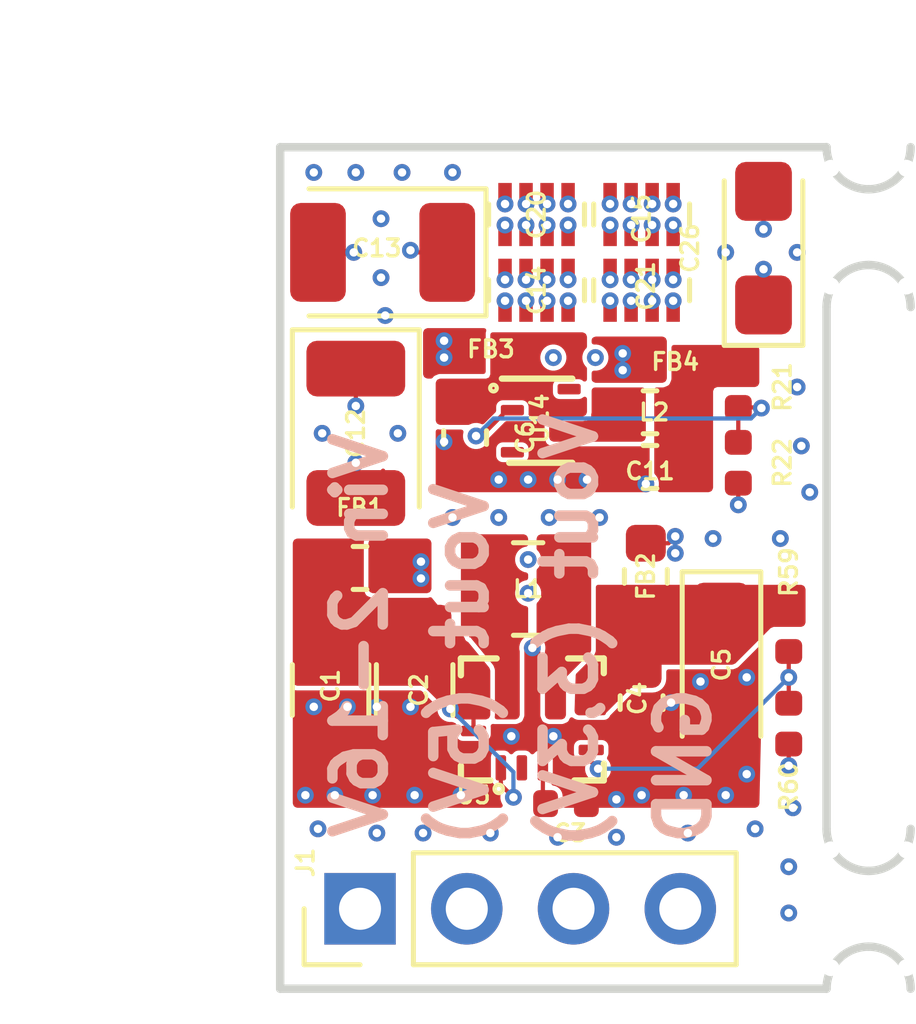
<source format=kicad_pcb>
(kicad_pcb (version 20171130) (host pcbnew "(5.1.4)-1")
  (layers (0 F.Cu signal) (1 In1.Cu signal) (2 In2.Cu signal) (3 In3.Cu signal) (4 In4.Cu signal) (5 In5.Cu signal) (6 In6.Cu signal) (31 B.Cu signal) (34 B.Paste user) (35 F.Paste user) (36 B.SilkS user) (37 F.SilkS user) (38 B.Mask user) (39 F.Mask user) (44 Edge.Cuts user))
  (net 0 "")
  (net 1 "Net-(C1-Pad1)")
  (net 2 GND)
  (net 3 "Net-(C3-Pad1)")
  (net 4 "Net-(C4-Pad1)")
  (net 5 "Net-(C6-Pad1)")
  (net 6 "Net-(C11-Pad1)")
  (net 7 +5V)
  (net 8 +3V3)
  (net 9 +BATT)
  (net 10 "Net-(L1-Pad1)")
  (net 11 "Net-(L1-Pad2)")
  (net 12 "Net-(L2-Pad1)")
  (net 13 "Net-(R21-Pad2)")
  (net 14 "Net-(R59-Pad2)")
  (module Mounting_Holes:MountingHole_2.2mm_M2_DIN965 (layer F.Cu) (at 73.1 170.5 270)
    (fp_text reference ". " hide)
    (fp_text value " " hide)
    (pad "" np_thru_hole circle (at 0 0 270) (size 0.4 0.4) (drill 0.4) (layers *.Cu *.Mask) (clearance 0.15))
  )
  (module Mounting_Holes:MountingHole_2.2mm_M2_DIN965 (layer F.Cu) (at 74.9 173.3 90)
    (fp_text reference ". " hide)
    (fp_text value " " hide)
    (pad "" np_thru_hole circle (at 0 0 90) (size 0.4 0.4) (drill 0.4) (layers *.Cu *.Mask) (clearance 0.15))
  )
  (module Mounting_Holes:MountingHole_2.2mm_M2_DIN965 (layer F.Cu) (at 74.9 172.75 90)
    (fp_text reference ". " hide)
    (fp_text value " " hide)
    (pad "" np_thru_hole circle (at 0 0 90) (size 0.4 0.4) (drill 0.4) (layers *.Cu *.Mask) (clearance 0.15))
  )
  (module Mounting_Holes:MountingHole_2.2mm_M2_DIN965 (layer F.Cu) (at 73.1 173.3 90)
    (fp_text reference ". " hide)
    (fp_text value " " hide)
    (pad "" np_thru_hole circle (at 0 0 90) (size 0.4 0.4) (drill 0.4) (layers *.Cu *.Mask) (clearance 0.15))
  )
  (module Mounting_Holes:MountingHole_2.2mm_M2_DIN965 (layer F.Cu) (at 74.9 171.05 90)
    (fp_text reference ". " hide)
    (fp_text value " " hide)
    (pad "" np_thru_hole circle (at 0 0 90) (size 0.4 0.4) (drill 0.4) (layers *.Cu *.Mask) (clearance 0.15))
  )
  (module Mounting_Holes:MountingHole_2.2mm_M2_DIN965 (layer F.Cu) (at 74.9 170.5 270)
    (fp_text reference ". " hide)
    (fp_text value " " hide)
    (pad "" np_thru_hole circle (at 0 0 270) (size 0.4 0.4) (drill 0.4) (layers *.Cu *.Mask) (clearance 0.15))
  )
  (module Mounting_Holes:MountingHole_2.2mm_M2_DIN965 (layer F.Cu) (at 73.1 171.05 270)
    (fp_text reference ". " hide)
    (fp_text value " " hide)
    (pad "" np_thru_hole circle (at 0 0 270) (size 0.4 0.4) (drill 0.4) (layers *.Cu *.Mask) (clearance 0.15))
  )
  (module Mounting_Holes:MountingHole_2.2mm_M2_DIN965 (layer F.Cu) (at 74.9 172.2 90)
    (fp_text reference ". " hide)
    (fp_text value " " hide)
    (pad "" np_thru_hole circle (at 0 0 90) (size 0.4 0.4) (drill 0.4) (layers *.Cu *.Mask) (clearance 0.15))
  )
  (module Mounting_Holes:MountingHole_2.2mm_M2_DIN965 (layer F.Cu) (at 74.9 171.65 90)
    (fp_text reference ". " hide)
    (fp_text value " " hide)
    (pad "" np_thru_hole circle (at 0 0 90) (size 0.4 0.4) (drill 0.4) (layers *.Cu *.Mask) (clearance 0.15))
  )
  (module Mounting_Holes:MountingHole_2.2mm_M2_DIN965 (layer F.Cu) (at 73.1 172.75 270)
    (fp_text reference ". " hide)
    (fp_text value " " hide)
    (pad "" np_thru_hole circle (at 0 0 270) (size 0.4 0.4) (drill 0.4) (layers *.Cu *.Mask) (clearance 0.15))
  )
  (module Mounting_Holes:MountingHole_2.2mm_M2_DIN965 (layer F.Cu) (at 73.1 171.6 270)
    (fp_text reference ". " hide)
    (fp_text value " " hide)
    (pad "" np_thru_hole circle (at 0 0 270) (size 0.4 0.4) (drill 0.4) (layers *.Cu *.Mask) (clearance 0.15))
  )
  (module Mounting_Holes:MountingHole_2.2mm_M2_DIN965 (layer F.Cu) (at 73.1 172.15 270)
    (fp_text reference ". " hide)
    (fp_text value " " hide)
    (pad "" np_thru_hole circle (at 0 0 270) (size 0.4 0.4) (drill 0.4) (layers *.Cu *.Mask) (clearance 0.15))
  )
  (module Mounting_Holes:MountingHole_2.2mm_M2_DIN965 (layer F.Cu) (at 73.1 186.7 270)
    (fp_text reference ". " hide)
    (fp_text value " " hide)
    (pad "" np_thru_hole circle (at 0 0 270) (size 0.4 0.4) (drill 0.4) (layers *.Cu *.Mask) (clearance 0.15))
  )
  (module Mounting_Holes:MountingHole_2.2mm_M2_DIN965 (layer F.Cu) (at 74.9 189.5 90)
    (fp_text reference ". " hide)
    (fp_text value " " hide)
    (pad "" np_thru_hole circle (at 0 0 90) (size 0.4 0.4) (drill 0.4) (layers *.Cu *.Mask) (clearance 0.15))
  )
  (module Mounting_Holes:MountingHole_2.2mm_M2_DIN965 (layer F.Cu) (at 74.9 188.95 90)
    (fp_text reference ". " hide)
    (fp_text value " " hide)
    (pad "" np_thru_hole circle (at 0 0 90) (size 0.4 0.4) (drill 0.4) (layers *.Cu *.Mask) (clearance 0.15))
  )
  (module Mounting_Holes:MountingHole_2.2mm_M2_DIN965 (layer F.Cu) (at 73.1 189.5 90)
    (fp_text reference ". " hide)
    (fp_text value " " hide)
    (pad "" np_thru_hole circle (at 0 0 90) (size 0.4 0.4) (drill 0.4) (layers *.Cu *.Mask) (clearance 0.15))
  )
  (module Mounting_Holes:MountingHole_2.2mm_M2_DIN965 (layer F.Cu) (at 74.9 187.25 90)
    (fp_text reference ". " hide)
    (fp_text value " " hide)
    (pad "" np_thru_hole circle (at 0 0 90) (size 0.4 0.4) (drill 0.4) (layers *.Cu *.Mask) (clearance 0.15))
  )
  (module Mounting_Holes:MountingHole_2.2mm_M2_DIN965 (layer F.Cu) (at 74.9 186.7 270)
    (fp_text reference ". " hide)
    (fp_text value " " hide)
    (pad "" np_thru_hole circle (at 0 0 270) (size 0.4 0.4) (drill 0.4) (layers *.Cu *.Mask) (clearance 0.15))
  )
  (module Mounting_Holes:MountingHole_2.2mm_M2_DIN965 (layer F.Cu) (at 73.1 187.25 270)
    (fp_text reference ". " hide)
    (fp_text value " " hide)
    (pad "" np_thru_hole circle (at 0 0 270) (size 0.4 0.4) (drill 0.4) (layers *.Cu *.Mask) (clearance 0.15))
  )
  (module Mounting_Holes:MountingHole_2.2mm_M2_DIN965 (layer F.Cu) (at 74.9 188.4 90)
    (fp_text reference ". " hide)
    (fp_text value " " hide)
    (pad "" np_thru_hole circle (at 0 0 90) (size 0.4 0.4) (drill 0.4) (layers *.Cu *.Mask) (clearance 0.15))
  )
  (module Mounting_Holes:MountingHole_2.2mm_M2_DIN965 (layer F.Cu) (at 74.9 187.85 90)
    (fp_text reference ". " hide)
    (fp_text value " " hide)
    (pad "" np_thru_hole circle (at 0 0 90) (size 0.4 0.4) (drill 0.4) (layers *.Cu *.Mask) (clearance 0.15))
  )
  (module Mounting_Holes:MountingHole_2.2mm_M2_DIN965 (layer F.Cu) (at 73.1 188.95 270)
    (fp_text reference ". " hide)
    (fp_text value " " hide)
    (pad "" np_thru_hole circle (at 0 0 270) (size 0.4 0.4) (drill 0.4) (layers *.Cu *.Mask) (clearance 0.15))
  )
  (module Mounting_Holes:MountingHole_2.2mm_M2_DIN965 (layer F.Cu) (at 73.1 187.8 270)
    (fp_text reference ". " hide)
    (fp_text value " " hide)
    (pad "" np_thru_hole circle (at 0 0 270) (size 0.4 0.4) (drill 0.4) (layers *.Cu *.Mask) (clearance 0.15))
  )
  (module Mounting_Holes:MountingHole_2.2mm_M2_DIN965 (layer F.Cu) (at 73.1 188.35 270)
    (fp_text reference ". " hide)
    (fp_text value " " hide)
    (pad "" np_thru_hole circle (at 0 0 270) (size 0.4 0.4) (drill 0.4) (layers *.Cu *.Mask) (clearance 0.15))
  )
  (module Capacitor_SMD:C_0402_1005Metric (layer F.Cu) (at 66.8 185.6)
    (fp_text reference C3 (at 0.1 0.7) (layer F.SilkS) (effects (font (size 0.4 0.4) (thickness 0.08))))
    (fp_text value 100nF)
    (pad 2 smd roundrect (at 0.485 0) (size 0.59 0.64) (layers F.Cu F.Paste F.Mask) (net 2 GND))
    (pad 1 smd roundrect (at -0.485 0) (size 0.59 0.64) (layers F.Cu F.Paste F.Mask) (net 3 "Net-(C3-Pad1)"))
  )
  (module Resistor_SMD:R_0402_1005Metric (layer F.Cu) (at 70.9 175.7 270)
    (fp_text reference R21 (at 0 -1.05 90) (layer F.SilkS) (effects (font (size 0.4 0.4) (thickness 0.08))))
    (fp_text value 453k)
    (pad 2 smd roundrect (at 0.485 0 270) (size 0.59 0.64) (layers F.Cu F.Paste F.Mask) (net 13 "Net-(R21-Pad2)"))
    (pad 1 smd roundrect (at -0.485 0 270) (size 0.59 0.64) (layers F.Cu F.Paste F.Mask) (net 6 "Net-(C11-Pad1)"))
  )
  (module Resistor_SMD:R_0402_1005Metric (layer F.Cu) (at 70.9 177.5 270)
    (fp_text reference R22 (at 0 -1.05 90) (layer F.SilkS) (effects (font (size 0.4 0.4) (thickness 0.08))))
    (fp_text value 100k)
    (pad 2 smd roundrect (at 0.485 0 270) (size 0.59 0.64) (layers F.Cu F.Paste F.Mask) (net 2 GND))
    (pad 1 smd roundrect (at -0.485 0 270) (size 0.59 0.64) (layers F.Cu F.Paste F.Mask) (net 13 "Net-(R21-Pad2)"))
  )
  (module Resistor_SMD:R_0402_1005Metric (layer F.Cu) (at 72.1 181.5 270)
    (fp_text reference R59 (at -1.4 0 90) (layer F.SilkS) (effects (font (size 0.4 0.4) (thickness 0.08))))
    (fp_text value 453k)
    (pad 2 smd roundrect (at 0.485 0 270) (size 0.59 0.64) (layers F.Cu F.Paste F.Mask) (net 14 "Net-(R59-Pad2)"))
    (pad 1 smd roundrect (at -0.485 0 270) (size 0.59 0.64) (layers F.Cu F.Paste F.Mask) (net 4 "Net-(C4-Pad1)"))
  )
  (module Resistor_SMD:R_0402_1005Metric (layer F.Cu) (at 72.1 183.7 270)
    (fp_text reference R60 (at 1.5 0 90) (layer F.SilkS) (effects (font (size 0.4 0.4) (thickness 0.08))))
    (fp_text value 100k)
    (pad 2 smd roundrect (at 0.485 0 270) (size 0.59 0.64) (layers F.Cu F.Paste F.Mask) (net 2 GND))
    (pad 1 smd roundrect (at -0.485 0 270) (size 0.59 0.64) (layers F.Cu F.Paste F.Mask) (net 14 "Net-(R59-Pad2)"))
  )
  (module Capacitor_SMD:C_1206_3216Metric (layer F.Cu) (at 61.2 182.9 270)
    (fp_text reference C1 (at -0.1 0 90) (layer F.SilkS) (effects (font (size 0.4 0.4) (thickness 0.08))))
    (fp_text value 10µF)
    (pad 1 smd roundrect (at -1.4 0 270) (size 1.25 1.75) (layers F.Cu F.Paste F.Mask) (roundrect_rratio 0.2) (net 1 "Net-(C1-Pad1)"))
    (pad 2 smd roundrect (at 1.4 0 270) (size 1.25 1.75) (layers F.Cu F.Paste F.Mask) (roundrect_rratio 0.2) (net 2 GND))
  )
  (module Capacitor_SMD:C_1206_3216Metric (layer F.Cu) (at 63.2 182.9 270)
    (fp_text reference C2 (at 0 -0.1 90) (layer F.SilkS) (effects (font (size 0.4 0.4) (thickness 0.08))))
    (fp_text value 10µF)
    (pad 2 smd roundrect (at 1.4 0 270) (size 1.25 1.75) (layers F.Cu F.Paste F.Mask) (roundrect_rratio 0.2) (net 2 GND))
    (pad 1 smd roundrect (at -1.4 0 270) (size 1.25 1.75) (layers F.Cu F.Paste F.Mask) (roundrect_rratio 0.2) (net 1 "Net-(C1-Pad1)"))
  )
  (module Capacitor_SMD:C_0603_1608Metric (layer F.Cu) (at 68.6 183.2 270)
    (fp_text reference C4 (at -0.1 0.1 90) (layer F.SilkS) (effects (font (size 0.4 0.4) (thickness 0.08))))
    (fp_text value 10µF)
    (pad 2 smd roundrect (at 0.7875 0 270) (size 0.875 0.95) (layers F.Cu F.Paste F.Mask) (net 2 GND))
    (pad 1 smd roundrect (at -0.7875 0 270) (size 0.875 0.95) (layers F.Cu F.Paste F.Mask) (net 4 "Net-(C4-Pad1)"))
  )
  (module Capacitor_Tantalum_SMD:CP_EIA-3216-10_Kemet-I (layer F.Cu) (at 70.5 182.4 270)
    (fp_text reference C5 (at -0.1 0 90) (layer F.SilkS) (effects (font (size 0.4 0.4) (thickness 0.08))))
    (fp_text value 100µF)
    (pad 1 smd roundrect (at -1.35 0 270) (size 1.4 1.35) (layers F.Cu F.Paste F.Mask) (roundrect_rratio 0.185185) (net 4 "Net-(C4-Pad1)"))
    (pad 2 smd roundrect (at 1.35 0 270) (size 1.4 1.35) (layers F.Cu F.Paste F.Mask) (roundrect_rratio 0.185185) (net 2 GND))
  )
  (module Capacitor_SMD:C_0603_1608Metric (layer F.Cu) (at 64.4 176.9 270)
    (fp_text reference C6 (at 0 -1.43 90) (layer F.SilkS) (effects (font (size 0.4 0.4) (thickness 0.08))))
    (fp_text value 10µF)
    (pad 1 smd roundrect (at -0.7875 0 270) (size 0.875 0.95) (layers F.Cu F.Paste F.Mask) (net 5 "Net-(C6-Pad1)"))
    (pad 2 smd roundrect (at 0.7875 0 270) (size 0.875 0.95) (layers F.Cu F.Paste F.Mask) (net 2 GND))
  )
  (module Capacitor_SMD:C_0603_1608Metric (layer F.Cu) (at 68.8 177.6 180)
    (fp_text reference C11 (at 0 -0.1) (layer F.SilkS) (effects (font (size 0.4 0.4) (thickness 0.08))))
    (fp_text value 10µF)
    (pad 2 smd roundrect (at 0.7875 0 180) (size 0.875 0.95) (layers F.Cu F.Paste F.Mask) (net 2 GND))
    (pad 1 smd roundrect (at -0.7875 0 180) (size 0.875 0.95) (layers F.Cu F.Paste F.Mask) (net 6 "Net-(C11-Pad1)"))
  )
  (module Inductor_SMD:L_0603_1608Metric (layer F.Cu) (at 61.9 180)
    (fp_text reference FB1 (at 0 -1.43) (layer F.SilkS) (effects (font (size 0.4 0.4) (thickness 0.08))))
    (fp_text value 220R@100Mhz)
    (pad 2 smd roundrect (at 0.7875 0) (size 0.875 0.95) (layers F.Cu F.Paste F.Mask) (net 9 +BATT))
    (pad 1 smd roundrect (at -0.7875 0) (size 0.875 0.95) (layers F.Cu F.Paste F.Mask) (net 1 "Net-(C1-Pad1)"))
  )
  (module Inductor_SMD:L_0603_1608Metric (layer F.Cu) (at 68.7 180.2 270)
    (fp_text reference FB2 (at 0 0 90) (layer F.SilkS) (effects (font (size 0.4 0.4) (thickness 0.08))))
    (fp_text value 220R@100Mhz)
    (pad 1 smd roundrect (at -0.7875 0 270) (size 0.875 0.95) (layers F.Cu F.Paste F.Mask) (net 7 +5V))
    (pad 2 smd roundrect (at 0.7875 0 270) (size 0.875 0.95) (layers F.Cu F.Paste F.Mask) (net 4 "Net-(C4-Pad1)"))
  )
  (module Inductor_SMD:L_0402_1005Metric (layer F.Cu) (at 65.015 174.9)
    (fp_text reference FB3 (at 0 -0.1) (layer F.SilkS) (effects (font (size 0.4 0.4) (thickness 0.08))))
    (fp_text value 220R@100Mhz)
    (pad 1 smd roundrect (at -0.485 0) (size 0.59 0.64) (layers F.Cu F.Paste F.Mask) (net 7 +5V))
    (pad 2 smd roundrect (at 0.485 0) (size 0.59 0.64) (layers F.Cu F.Paste F.Mask) (net 5 "Net-(C6-Pad1)"))
  )
  (module Inductor_SMD:L_0402_1005Metric (layer F.Cu) (at 69.2 175.1)
    (fp_text reference FB4 (at 0.2 0) (layer F.SilkS) (effects (font (size 0.4 0.4) (thickness 0.08))))
    (fp_text value 220R@100Mhz)
    (pad 2 smd roundrect (at 0.485 0) (size 0.59 0.64) (layers F.Cu F.Paste F.Mask) (net 6 "Net-(C11-Pad1)"))
    (pad 1 smd roundrect (at -0.485 0) (size 0.59 0.64) (layers F.Cu F.Paste F.Mask) (net 8 +3V3))
  )
  (module Inductor_SMD:L_Wuerth_MAPI-2506 (layer F.Cu) (at 65.9 180.5)
    (fp_text reference L1 (at 0 0) (layer F.SilkS) (effects (font (size 0.4 0.4) (thickness 0.08))))
    (fp_text value 1µH)
    (pad 1 smd rect (at -0.975 0) (size 0.85 2.3) (layers F.Cu F.Paste F.Mask) (net 10 "Net-(L1-Pad1)"))
    (pad 2 smd rect (at 0.975 0) (size 0.85 2.3) (layers F.Cu F.Paste F.Mask) (net 11 "Net-(L1-Pad2)"))
  )
  (module Inductor_SMD:L_0603_1608Metric (layer F.Cu) (at 68.8 176.3)
    (fp_text reference L2 (at 0.1 0) (layer F.SilkS) (effects (font (size 0.4 0.4) (thickness 0.08))))
    (fp_text value 470nH)
    (pad 1 smd roundrect (at -0.7875 0) (size 0.875 0.95) (layers F.Cu F.Paste F.Mask) (net 12 "Net-(L2-Pad1)"))
    (pad 2 smd roundrect (at 0.7875 0) (size 0.875 0.95) (layers F.Cu F.Paste F.Mask) (net 6 "Net-(C11-Pad1)"))
  )
  (module ultimateFC:TEXAS_15-VQFN-HR (layer F.Cu) (at 66 183.6)
    (fp_text reference U5 (at -1.4 1.8) (layer F.SilkS) (effects (font (size 0.4 0.4) (thickness 0.08))))
    (fp_text value TPS630701)
    (pad 1 smd roundrect (at -0.75 1.15) (size 0.25 0.6) (layers F.Cu F.Paste F.Mask) (roundrect_rratio 0.2) (net 1 "Net-(C1-Pad1)"))
    (pad 2 smd roundrect (at -0.25 1.15) (size 0.25 0.6) (layers F.Cu F.Paste F.Mask) (roundrect_rratio 0.2))
    (pad 3 smd roundrect (at 0.25 1.15) (size 0.25 0.6) (layers F.Cu F.Paste F.Mask) (roundrect_rratio 0.2) (net 3 "Net-(C3-Pad1)"))
    (pad 4 smd roundrect (at 0.75 1.15) (size 0.25 0.6) (layers F.Cu F.Paste F.Mask) (roundrect_rratio 0.2) (net 2 GND))
    (pad 5 smd roundrect (at 1.4 0.725 90) (size 0.25 0.6) (layers F.Cu F.Paste F.Mask) (roundrect_rratio 0.2) (net 14 "Net-(R59-Pad2)"))
    (pad 6 smd roundrect (at 1.4 0.225 90) (size 0.25 0.6) (layers F.Cu F.Paste F.Mask) (roundrect_rratio 0.2) (net 2 GND))
    (pad 7 smd roundrect (at 1.4 -0.275 90) (size 0.25 0.6) (layers F.Cu F.Paste F.Mask) (roundrect_rratio 0.2) (net 4 "Net-(C4-Pad1)"))
    (pad 7 smd roundrect (at 1.4 -0.775 90) (size 0.25 0.6) (layers F.Cu F.Paste F.Mask) (roundrect_rratio 0.2) (net 4 "Net-(C4-Pad1)"))
    (pad 7 smd rect (at 1.225 -0.525 180) (size 0.25 0.6) (layers F.Cu F.Paste F.Mask) (net 4 "Net-(C4-Pad1)"))
    (pad 13 smd rect (at -1.225 -0.5) (size 0.25 0.6) (layers F.Cu F.Paste F.Mask) (net 1 "Net-(C1-Pad1)"))
    (pad 13 smd roundrect (at -1.4 -0.725 270) (size 0.25 0.6) (layers F.Cu F.Paste F.Mask) (roundrect_rratio 0.2) (net 1 "Net-(C1-Pad1)"))
    (pad 14 smd roundrect (at -1.4 0.275 270) (size 0.25 0.6) (layers F.Cu F.Paste F.Mask) (roundrect_rratio 0.2) (net 1 "Net-(C1-Pad1)"))
    (pad 13 smd roundrect (at -1.4 -0.225 270) (size 0.25 0.6) (layers F.Cu F.Paste F.Mask) (roundrect_rratio 0.2) (net 1 "Net-(C1-Pad1)"))
    (pad 15 smd roundrect (at -1.4 0.775 270) (size 0.25 0.6) (layers F.Cu F.Paste F.Mask) (roundrect_rratio 0.2) (net 2 GND))
    (pad 10 smd roundrect (at 0 -0.6) (size 0.35 1.8) (layers F.Cu F.Mask) (roundrect_rratio 0.2) (net 2 GND))
    (pad 9 smd roundrect (at 0.5 -0.775) (size 0.35 1.45) (layers F.Cu F.Mask) (roundrect_rratio 0.2) (net 11 "Net-(L1-Pad2)"))
    (pad 11 smd roundrect (at -0.5 -0.775) (size 0.35 1.45) (layers F.Cu F.Mask) (roundrect_rratio 0.2) (net 10 "Net-(L1-Pad1)"))
    (pad 7 smd roundrect (at 1.4 -0.525 90) (size 0.85 0.7) (layers F.Cu) (roundrect_rratio 0.07099999999999999) (net 4 "Net-(C4-Pad1)"))
    (pad 13 smd roundrect (at -1.4 -0.475 90) (size 0.85 0.7) (layers F.Cu) (roundrect_rratio 0.07099999999999999) (net 1 "Net-(C1-Pad1)"))
  )
  (module ultimateFC:VSON-8HR (layer F.Cu) (at 66.2 176.5)
    (fp_text reference U14 (at -0.025 -0.05 270) (layer F.SilkS) (effects (font (size 0.4 0.4) (thickness 0.08))))
    (fp_text value TPS62821)
    (pad 1 smd roundrect (at -0.675 -0.75) (size 0.55 0.25) (layers F.Cu F.Paste F.Mask) (roundrect_rratio 0.2) (net 5 "Net-(C6-Pad1)"))
    (pad 2 smd roundrect (at -0.675 -0.25) (size 0.55 0.25) (layers F.Cu F.Paste F.Mask) (roundrect_rratio 0.2) (net 13 "Net-(R21-Pad2)"))
    (pad 3 smd roundrect (at -0.675 0.25) (size 0.55 0.25) (layers F.Cu F.Paste F.Mask) (roundrect_rratio 0.2) (net 2 GND))
    (pad 4 smd roundrect (at -0.675 0.75) (size 0.55 0.25) (layers F.Cu F.Paste F.Mask) (roundrect_rratio 0.2))
    (pad 5 smd roundrect (at 0.675 0.75 180) (size 0.55 0.25) (layers F.Cu F.Paste F.Mask) (roundrect_rratio 0.2) (net 2 GND))
    (pad 6 smd roundrect (at 0.675 0.25 180) (size 0.55 0.25) (layers F.Cu F.Paste F.Mask) (roundrect_rratio 0.2) (net 12 "Net-(L2-Pad1)"))
    (pad 7 smd roundrect (at 0.675 -0.25 180) (size 0.55 0.25) (layers F.Cu F.Paste F.Mask) (roundrect_rratio 0.2) (net 5 "Net-(C6-Pad1)"))
    (pad 8 smd roundrect (at 0.675 -0.75 180) (size 0.55 0.25) (layers F.Cu F.Paste F.Mask) (roundrect_rratio 0.2))
  )
  (module Capacitor_Tantalum_SMD:CP_EIA-3528-15_AVX-H (layer F.Cu) (at 61.8 176.8 270)
    (fp_text reference C12 (at 0 0 90) (layer F.SilkS) (effects (font (size 0.4 0.4) (thickness 0.08))))
    (fp_text value 220µF)
    (pad 1 smd roundrect (at -1.5375 0 270) (size 1.325 2.35) (layers F.Cu F.Paste F.Mask) (roundrect_rratio 0.188679) (net 7 +5V))
    (pad 2 smd roundrect (at 1.5375 0 270) (size 1.325 2.35) (layers F.Cu F.Paste F.Mask) (roundrect_rratio 0.188679) (net 2 GND))
  )
  (module Capacitor_Tantalum_SMD:CP_EIA-3528-15_AVX-H (layer F.Cu) (at 62.4375 172.5 180)
    (fp_text reference C13 (at 0.1375 0.1) (layer F.SilkS) (effects (font (size 0.4 0.4) (thickness 0.08))))
    (fp_text value 220µF)
    (pad 2 smd roundrect (at 1.5375 0 180) (size 1.325 2.35) (layers F.Cu F.Paste F.Mask) (roundrect_rratio 0.188679) (net 2 GND))
    (pad 1 smd roundrect (at -1.5375 0 180) (size 1.325 2.35) (layers F.Cu F.Paste F.Mask) (roundrect_rratio 0.188679) (net 8 +3V3))
  )
  (module ultimateFC:C_AVX_Super_Low_ESL (layer F.Cu) (at 66.1 173.5 90)
    (fp_text reference C14 (at 0.1 0 90) (layer F.SilkS) (effects (font (size 0.4 0.4) (thickness 0.08))))
    (fp_text value 1µF)
    (pad 2 smd rect (at 0.6 0.25 90) (size 0.5 0.32) (layers F.Cu F.Paste F.Mask) (net 2 GND))
    (pad 1 smd rect (at -0.4 -0.75 90) (size 0.5 0.32) (layers F.Cu F.Paste F.Mask) (net 7 +5V))
    (pad 2 smd rect (at -0.4 0.75 90) (size 0.5 0.32) (layers F.Cu F.Paste F.Mask) (net 2 GND))
    (pad 1 smd rect (at -0.4 0.25 90) (size 0.5 0.32) (layers F.Cu F.Paste F.Mask) (net 7 +5V))
    (pad 1 smd rect (at 0.6 -0.25 90) (size 0.5 0.32) (layers F.Cu F.Paste F.Mask) (net 7 +5V))
    (pad 2 smd rect (at -0.4 -0.25 90) (size 0.5 0.32) (layers F.Cu F.Paste F.Mask) (net 2 GND))
    (pad 2 smd rect (at 0.6 -0.75 90) (size 0.5 0.32) (layers F.Cu F.Paste F.Mask) (net 2 GND))
    (pad 1 smd rect (at 0.6 0.75 90) (size 0.5 0.32) (layers F.Cu F.Paste F.Mask) (net 7 +5V))
  )
  (module ultimateFC:C_AVX_Super_Low_ESL (layer F.Cu) (at 68.6 171.7 90)
    (fp_text reference C15 (at 0 0 90) (layer F.SilkS) (effects (font (size 0.4 0.4) (thickness 0.08))))
    (fp_text value 1µF)
    (pad 2 smd rect (at 0.6 0.25 90) (size 0.5 0.32) (layers F.Cu F.Paste F.Mask) (net 2 GND))
    (pad 1 smd rect (at -0.4 -0.75 90) (size 0.5 0.32) (layers F.Cu F.Paste F.Mask) (net 8 +3V3))
    (pad 2 smd rect (at -0.4 0.75 90) (size 0.5 0.32) (layers F.Cu F.Paste F.Mask) (net 2 GND))
    (pad 1 smd rect (at -0.4 0.25 90) (size 0.5 0.32) (layers F.Cu F.Paste F.Mask) (net 8 +3V3))
    (pad 1 smd rect (at 0.6 -0.25 90) (size 0.5 0.32) (layers F.Cu F.Paste F.Mask) (net 8 +3V3))
    (pad 2 smd rect (at -0.4 -0.25 90) (size 0.5 0.32) (layers F.Cu F.Paste F.Mask) (net 2 GND))
    (pad 2 smd rect (at 0.6 -0.75 90) (size 0.5 0.32) (layers F.Cu F.Paste F.Mask) (net 2 GND))
    (pad 1 smd rect (at 0.6 0.75 90) (size 0.5 0.32) (layers F.Cu F.Paste F.Mask) (net 8 +3V3))
  )
  (module ultimateFC:C_AVX_Super_Low_ESL (layer F.Cu) (at 66.1 171.7 90)
    (fp_text reference C20 (at 0.1 0 90) (layer F.SilkS) (effects (font (size 0.4 0.4) (thickness 0.08))))
    (fp_text value 1µF)
    (pad 1 smd rect (at 0.6 0.75 90) (size 0.5 0.32) (layers F.Cu F.Paste F.Mask) (net 7 +5V))
    (pad 2 smd rect (at 0.6 -0.75 90) (size 0.5 0.32) (layers F.Cu F.Paste F.Mask) (net 2 GND))
    (pad 2 smd rect (at -0.4 -0.25 90) (size 0.5 0.32) (layers F.Cu F.Paste F.Mask) (net 2 GND))
    (pad 1 smd rect (at 0.6 -0.25 90) (size 0.5 0.32) (layers F.Cu F.Paste F.Mask) (net 7 +5V))
    (pad 1 smd rect (at -0.4 0.25 90) (size 0.5 0.32) (layers F.Cu F.Paste F.Mask) (net 7 +5V))
    (pad 2 smd rect (at -0.4 0.75 90) (size 0.5 0.32) (layers F.Cu F.Paste F.Mask) (net 2 GND))
    (pad 1 smd rect (at -0.4 -0.75 90) (size 0.5 0.32) (layers F.Cu F.Paste F.Mask) (net 7 +5V))
    (pad 2 smd rect (at 0.6 0.25 90) (size 0.5 0.32) (layers F.Cu F.Paste F.Mask) (net 2 GND))
  )
  (module ultimateFC:C_AVX_Super_Low_ESL (layer F.Cu) (at 68.6 173.5 90)
    (fp_text reference C21 (at 0.2 0.1 90) (layer F.SilkS) (effects (font (size 0.4 0.4) (thickness 0.08))))
    (fp_text value 1µF)
    (pad 1 smd rect (at 0.6 0.75 90) (size 0.5 0.32) (layers F.Cu F.Paste F.Mask) (net 8 +3V3))
    (pad 2 smd rect (at 0.6 -0.75 90) (size 0.5 0.32) (layers F.Cu F.Paste F.Mask) (net 2 GND))
    (pad 2 smd rect (at -0.4 -0.25 90) (size 0.5 0.32) (layers F.Cu F.Paste F.Mask) (net 2 GND))
    (pad 1 smd rect (at 0.6 -0.25 90) (size 0.5 0.32) (layers F.Cu F.Paste F.Mask) (net 8 +3V3))
    (pad 1 smd rect (at -0.4 0.25 90) (size 0.5 0.32) (layers F.Cu F.Paste F.Mask) (net 8 +3V3))
    (pad 2 smd rect (at -0.4 0.75 90) (size 0.5 0.32) (layers F.Cu F.Paste F.Mask) (net 2 GND))
    (pad 1 smd rect (at -0.4 -0.75 90) (size 0.5 0.32) (layers F.Cu F.Paste F.Mask) (net 8 +3V3))
    (pad 2 smd rect (at 0.6 0.25 90) (size 0.5 0.32) (layers F.Cu F.Paste F.Mask) (net 2 GND))
  )
  (module Capacitor_Tantalum_SMD:CP_EIA-3216-18_Kemet-A (layer F.Cu) (at 71.5 172.4 90)
    (fp_text reference C26 (at 0 -1.75 90) (layer F.SilkS) (effects (font (size 0.4 0.4) (thickness 0.08))))
    (fp_text value 10µF)
    (pad 2 smd roundrect (at 1.35 0 90) (size 1.4 1.35) (layers F.Cu F.Paste F.Mask) (roundrect_rratio 0.185185) (net 2 GND))
    (pad 1 smd roundrect (at -1.35 0 90) (size 1.4 1.35) (layers F.Cu F.Paste F.Mask) (roundrect_rratio 0.185185) (net 9 +BATT))
  )
  (module Connector_PinHeader_2.54mm:PinHeader_1x04_P2.54mm_Vertical (layer F.Cu) (at 61.9 188.1 90)
    (fp_text reference J1 (at 1.1 -1.3 90) (layer F.SilkS) (effects (font (size 0.4 0.4) (thickness 0.08))))
    (fp_text value Conn_01x04_Male)
    (pad 1 thru_hole rect (at 0 0 90) (size 1.7 1.7) (drill 1) (layers *.Cu *.Mask) (net 9 +BATT))
    (pad 2 thru_hole oval (at 0 2.54 90) (size 1.7 1.7) (drill 1) (layers *.Cu *.Mask) (net 7 +5V))
    (pad 3 thru_hole oval (at 0 5.08 90) (size 1.7 1.7) (drill 1) (layers *.Cu *.Mask) (net 8 +3V3))
    (pad 4 thru_hole oval (at 0 7.62 90) (size 1.7 1.7) (drill 1) (layers *.Cu *.Mask) (net 2 GND))
  )
  (gr_text "GND\n" (at 69.6 184.7 90) (layer B.SilkS) (effects (font (size 1.2 1.2) (thickness 0.25)) (justify mirror)))
  (gr_text "Vout (3,3V)\n" (at 66.9 181.5 90) (layer B.SilkS) (effects (font (size 1.2 1.2) (thickness 0.25)) (justify mirror)))
  (gr_text "Vout (5V)" (at 64.3 182.3 90) (layer B.SilkS) (effects (font (size 1.2 1.2) (thickness 0.25)) (justify mirror)))
  (gr_text "Vin 2-16V" (at 61.9 181.6 90) (layer B.SilkS) (effects (font (size 1.2 1.2) (thickness 0.25)) (justify mirror)))
  (gr_line (start 73 173.8) (end 73 186.2) (layer Edge.Cuts) (width 0.2))
  (gr_arc (start 74 173.8) (end 74 172.8) (angle 90) (layer Edge.Cuts) (width 0.2))
  (gr_arc (start 74 173.8) (end 73 173.8) (angle 90) (layer Edge.Cuts) (width 0.2))
  (gr_arc (start 74 170) (end 75 170) (angle 90) (layer Edge.Cuts) (width 0.2))
  (gr_arc (start 74 170) (end 74 171) (angle 90) (layer Edge.Cuts) (width 0.2))
  (gr_arc (start 74 190) (end 74 189) (angle 90) (layer Edge.Cuts) (width 0.2))
  (gr_arc (start 74 190) (end 73 190) (angle 90) (layer Edge.Cuts) (width 0.2))
  (gr_arc (start 74 186.2) (end 75 186.2) (angle 90) (layer Edge.Cuts) (width 0.2))
  (gr_arc (start 74 186.2) (end 74 187.2) (angle 90) (layer Edge.Cuts) (width 0.2))
  (gr_line (start 73 190) (end 60 190) (layer Edge.Cuts) (width 0.2))
  (gr_line (start 60 170) (end 73 170) (layer Edge.Cuts) (width 0.2))
  (gr_line (start 60 190) (end 60 170) (layer Edge.Cuts) (width 0.2))
  (segment (start 64.6 183.875) (end 64.6 183.125) (width 0.1) (layer F.Cu) (net 1))
  (segment (start 65.25 184.75) (end 65.25 185.1) (width 0.1) (layer F.Cu) (net 1))
  (via (at 65.55 185.45) (size 0.4) (drill 0.2) (layers F.Cu B.Cu) (net 1))
  (segment (start 65.25 185.1) (end 65.25 185.15) (width 0.1) (layer F.Cu) (net 1))
  (segment (start 65.25 185.15) (end 65.55 185.45) (width 0.1) (layer F.Cu) (net 1))
  (segment (start 65.55 185.45) (end 65.55 184.85) (width 0.1) (layer B.Cu) (net 1))
  (via (at 64.05 183.35) (size 0.4) (drill 0.2) (layers F.Cu B.Cu) (net 1))
  (segment (start 65.55 184.85) (end 64.05 183.35) (width 0.1) (layer B.Cu) (net 1))
  (segment (start 64.375 183.35) (end 64.6 183.125) (width 0.1) (layer F.Cu) (net 1))
  (segment (start 64.05 183.35) (end 64.375 183.35) (width 0.1) (layer F.Cu) (net 1))
  (segment (start 63.1 181.625) (end 63.1 181.5) (width 0.1) (layer F.Cu) (net 1))
  (segment (start 64.6 183.125) (end 63.1 181.625) (width 0.1) (layer F.Cu) (net 1))
  (segment (start 61.1 181.5) (end 63.1 181.5) (width 0.1) (layer F.Cu) (net 1))
  (segment (start 61.1125 181.4875) (end 61.1 181.5) (width 0.1) (layer F.Cu) (net 1))
  (segment (start 61.1125 180) (end 61.1125 181.4875) (width 0.1) (layer F.Cu) (net 1))
  (segment (start 68.0125 177.6) (end 67.8 177.6) (width 0.1) (layer F.Cu) (net 2))
  (segment (start 67.45 177.25) (end 66.875 177.25) (width 0.1) (layer F.Cu) (net 2))
  (segment (start 67.8 177.6) (end 67.45 177.25) (width 0.1) (layer F.Cu) (net 2))
  (segment (start 64.861612 177.225888) (end 64.4 177.6875) (width 0.1) (layer F.Cu) (net 2))
  (segment (start 65.14179 176.94571) (end 64.861612 177.225888) (width 0.1) (layer F.Cu) (net 2))
  (segment (start 65.525 176.75) (end 65.32929 176.94571) (width 0.1) (layer F.Cu) (net 2))
  (segment (start 65.32929 176.94571) (end 65.14179 176.94571) (width 0.1) (layer F.Cu) (net 2))
  (segment (start 67.925 177.6875) (end 68.0125 177.6) (width 0.1) (layer F.Cu) (net 2))
  (segment (start 64.4 177.6875) (end 67.925 177.6875) (width 0.1) (layer F.Cu) (net 2))
  (via (at 65.349999 173.149999) (size 0.4) (drill 0.2) (layers F.Cu B.Cu) (net 2))
  (segment (start 65.35 172.9) (end 65.35 173.149998) (width 0.1) (layer F.Cu) (net 2))
  (segment (start 65.35 173.149998) (end 65.349999 173.149999) (width 0.1) (layer F.Cu) (net 2))
  (via (at 65.85 173.65) (size 0.4) (drill 0.2) (layers F.Cu B.Cu) (net 2))
  (via (at 66.35 173.15) (size 0.4) (drill 0.2) (layers F.Cu B.Cu) (net 2))
  (via (at 66.85 173.65) (size 0.4) (drill 0.2) (layers F.Cu B.Cu) (net 2))
  (via (at 65.349999 171.349999) (size 0.4) (drill 0.2) (layers F.Cu B.Cu) (net 2))
  (via (at 66.85 171.85) (size 0.4) (drill 0.2) (layers F.Cu B.Cu) (net 2))
  (via (at 65.85 171.85) (size 0.4) (drill 0.2) (layers F.Cu B.Cu) (net 2))
  (via (at 66.35 171.35) (size 0.4) (drill 0.2) (layers F.Cu B.Cu) (net 2))
  (via (at 68.35 171.85) (size 0.4) (drill 0.2) (layers F.Cu B.Cu) (net 2))
  (via (at 69.35 171.85) (size 0.4) (drill 0.2) (layers F.Cu B.Cu) (net 2))
  (via (at 68.85 171.35) (size 0.4) (drill 0.2) (layers F.Cu B.Cu) (net 2))
  (via (at 67.849999 171.349999) (size 0.4) (drill 0.2) (layers F.Cu B.Cu) (net 2))
  (via (at 67.849999 173.149999) (size 0.4) (drill 0.2) (layers F.Cu B.Cu) (net 2))
  (via (at 68.35 173.65) (size 0.4) (drill 0.2) (layers F.Cu B.Cu) (net 2))
  (via (at 69.35 173.65) (size 0.4) (drill 0.2) (layers F.Cu B.Cu) (net 2))
  (via (at 68.85 173.15) (size 0.4) (drill 0.2) (layers F.Cu B.Cu) (net 2))
  (via (at 61.75 172.5) (size 0.4) (drill 0.2) (layers F.Cu B.Cu) (net 2))
  (segment (start 60.9 172.5) (end 61.75 172.5) (width 0.1) (layer F.Cu) (net 2))
  (via (at 71.5 171.95) (size 0.4) (drill 0.2) (layers F.Cu B.Cu) (net 2))
  (segment (start 71.5 171.05) (end 71.5 171.95) (width 0.1) (layer F.Cu) (net 2))
  (via (at 70.9 178.5) (size 0.4) (drill 0.2) (layers F.Cu B.Cu) (net 2))
  (segment (start 70.9 177.985) (end 70.9 178.5) (width 0.1) (layer F.Cu) (net 2))
  (segment (start 62.45 177.6875) (end 61.8 178.3375) (width 0.1) (layer F.Cu) (net 2))
  (via (at 61.8 177.5) (size 0.4) (drill 0.2) (layers F.Cu B.Cu) (net 2))
  (segment (start 61.8 178.3375) (end 61.8 177.5) (width 0.1) (layer F.Cu) (net 2))
  (segment (start 66.175 183.825) (end 67.4 183.825) (width 0.1) (layer F.Cu) (net 2))
  (segment (start 66 183) (end 66 183.65) (width 0.1) (layer F.Cu) (net 2))
  (segment (start 66 183.65) (end 66.175 183.825) (width 0.1) (layer F.Cu) (net 2))
  (segment (start 67.8625 183.825) (end 67.4 183.825) (width 0.1) (layer F.Cu) (net 2))
  (segment (start 68.6 183.9875) (end 68.025 183.9875) (width 0.1) (layer F.Cu) (net 2))
  (segment (start 68.025 183.9875) (end 67.8625 183.825) (width 0.1) (layer F.Cu) (net 2))
  (segment (start 66 183.6) (end 66 183) (width 0.1) (layer F.Cu) (net 2))
  (segment (start 65.65 183.95) (end 66 183.6) (width 0.1) (layer F.Cu) (net 2))
  (segment (start 65.35 183.95) (end 65.65 183.95) (width 0.1) (layer F.Cu) (net 2))
  (segment (start 64.6 184.375) (end 64.925 184.375) (width 0.1) (layer F.Cu) (net 2))
  (segment (start 64.925 184.375) (end 65.35 183.95) (width 0.1) (layer F.Cu) (net 2))
  (segment (start 63.1 184.3) (end 63.95 184.3) (width 0.1) (layer F.Cu) (net 2))
  (segment (start 64.025 184.375) (end 64.6 184.375) (width 0.1) (layer F.Cu) (net 2))
  (segment (start 63.95 184.3) (end 64.025 184.375) (width 0.1) (layer F.Cu) (net 2))
  (segment (start 66.75 185.23) (end 67.02 185.5) (width 0.1) (layer F.Cu) (net 2))
  (segment (start 66.75 184.75) (end 66.75 185.23) (width 0.1) (layer F.Cu) (net 2))
  (segment (start 67.915 184.6725) (end 68.6 183.9875) (width 0.1) (layer F.Cu) (net 2))
  (segment (start 67.915 185.4) (end 67.915 184.6725) (width 0.1) (layer F.Cu) (net 2))
  (segment (start 68.8375 183.75) (end 68.6 183.9875) (width 0.1) (layer F.Cu) (net 2))
  (segment (start 70.5 183.75) (end 68.8375 183.75) (width 0.1) (layer F.Cu) (net 2))
  (segment (start 62.075 184.3) (end 63.1 184.3) (width 0.1) (layer F.Cu) (net 2))
  (segment (start 61.1 184.3) (end 62.075 184.3) (width 0.1) (layer F.Cu) (net 2))
  (segment (start 67.815 185.5) (end 67.915 185.4) (width 0.1) (layer F.Cu) (net 2))
  (segment (start 67.02 185.5) (end 67.815 185.5) (width 0.1) (layer F.Cu) (net 2))
  (via (at 72.1 184.7) (size 0.4) (drill 0.2) (layers F.Cu B.Cu) (net 2))
  (segment (start 72.1 184.185) (end 72.1 184.7) (width 0.1) (layer F.Cu) (net 2))
  (via (at 65.2 177.9) (size 0.4) (drill 0.2) (layers F.Cu B.Cu) (net 2))
  (segment (start 64.4 177.6875) (end 64.9875 177.6875) (width 0.1) (layer F.Cu) (net 2))
  (segment (start 64.9875 177.6875) (end 65.2 177.9) (width 0.1) (layer F.Cu) (net 2))
  (via (at 63.9 177) (size 0.4) (drill 0.2) (layers F.Cu B.Cu) (net 2))
  (via (at 65.9 177.9) (size 0.4) (drill 0.2) (layers F.Cu B.Cu) (net 2))
  (via (at 66.6 177.9) (size 0.4) (drill 0.2) (layers F.Cu B.Cu) (net 2))
  (via (at 67.3 177.9) (size 0.4) (drill 0.2) (layers F.Cu B.Cu) (net 2))
  (via (at 68.7 178) (size 0.4) (drill 0.2) (layers F.Cu B.Cu) (net 2))
  (via (at 60.6 185.4) (size 0.4) (drill 0.2) (layers F.Cu B.Cu) (net 2))
  (via (at 61.3 185.4) (size 0.4) (drill 0.2) (layers F.Cu B.Cu) (net 2))
  (via (at 62.2 185.4) (size 0.4) (drill 0.2) (layers F.Cu B.Cu) (net 2))
  (via (at 63.2 185.4) (size 0.4) (drill 0.2) (layers F.Cu B.Cu) (net 2))
  (via (at 64.3 185.4) (size 0.4) (drill 0.2) (layers F.Cu B.Cu) (net 2))
  (via (at 63.1 183.3) (size 0.4) (drill 0.2) (layers F.Cu B.Cu) (net 2))
  (via (at 61.6 183.3) (size 0.4) (drill 0.2) (layers F.Cu B.Cu) (net 2))
  (via (at 60.8 183.3) (size 0.4) (drill 0.2) (layers F.Cu B.Cu) (net 2))
  (via (at 62.3 183.3) (size 0.4) (drill 0.2) (layers F.Cu B.Cu) (net 2))
  (via (at 68.6 185.4) (size 0.4) (drill 0.2) (layers F.Cu B.Cu) (net 2))
  (via (at 69.6 185.4) (size 0.4) (drill 0.2) (layers F.Cu B.Cu) (net 2))
  (via (at 70.6 185.4) (size 0.4) (drill 0.2) (layers F.Cu B.Cu) (net 2))
  (via (at 71.1 184.9) (size 0.4) (drill 0.2) (layers F.Cu B.Cu) (net 2))
  (via (at 71.1 182.6) (size 0.4) (drill 0.2) (layers F.Cu B.Cu) (net 2))
  (via (at 70 182.7) (size 0.4) (drill 0.2) (layers F.Cu B.Cu) (net 2))
  (via (at 69.3 183.2) (size 0.4) (drill 0.2) (layers F.Cu B.Cu) (net 2))
  (via (at 66 181.9) (size 0.4) (drill 0.2) (layers F.Cu B.Cu) (net 2))
  (via (at 66.5 184) (size 0.4) (drill 0.2) (layers F.Cu B.Cu) (net 2))
  (via (at 65.5 184) (size 0.4) (drill 0.2) (layers F.Cu B.Cu) (net 2))
  (via (at 60.9 186.2) (size 0.4) (drill 0.2) (layers F.Cu B.Cu) (net 2))
  (via (at 63.4 186.3) (size 0.4) (drill 0.2) (layers F.Cu B.Cu) (net 2))
  (via (at 65 186.3) (size 0.4) (drill 0.2) (layers F.Cu B.Cu) (net 2))
  (via (at 62.3 186.3) (size 0.4) (drill 0.2) (layers F.Cu B.Cu) (net 2))
  (via (at 66.6 186.4) (size 0.4) (drill 0.2) (layers F.Cu B.Cu) (net 2))
  (via (at 68 186.4) (size 0.4) (drill 0.2) (layers F.Cu B.Cu) (net 2))
  (via (at 69.7 186.3) (size 0.4) (drill 0.2) (layers F.Cu B.Cu) (net 2))
  (via (at 71.3 186.2) (size 0.4) (drill 0.2) (layers F.Cu B.Cu) (net 2))
  (via (at 72.1 187.1) (size 0.4) (drill 0.2) (layers F.Cu B.Cu) (net 2))
  (via (at 72.1 188.2) (size 0.4) (drill 0.2) (layers F.Cu B.Cu) (net 2))
  (via (at 72.2 185.7) (size 0.4) (drill 0.2) (layers F.Cu B.Cu) (net 2))
  (via (at 65.9 180.6) (size 0.4) (drill 0.2) (layers F.Cu B.Cu) (net 2))
  (via (at 65.9 179.8) (size 0.4) (drill 0.2) (layers F.Cu B.Cu) (net 2))
  (via (at 64.1 178.8) (size 0.4) (drill 0.2) (layers F.Cu B.Cu) (net 2))
  (via (at 65.2 178.8) (size 0.4) (drill 0.2) (layers F.Cu B.Cu) (net 2))
  (via (at 66.4 178.8) (size 0.4) (drill 0.2) (layers F.Cu B.Cu) (net 2))
  (via (at 67.6 178.8) (size 0.4) (drill 0.2) (layers F.Cu B.Cu) (net 2))
  (via (at 70.3 179.3) (size 0.4) (drill 0.2) (layers F.Cu B.Cu) (net 2))
  (via (at 71.9 179.3) (size 0.4) (drill 0.2) (layers F.Cu B.Cu) (net 2))
  (via (at 72.6 178.2) (size 0.4) (drill 0.2) (layers F.Cu B.Cu) (net 2))
  (via (at 72.4 177.1) (size 0.4) (drill 0.2) (layers F.Cu B.Cu) (net 2))
  (via (at 72.3 175.7) (size 0.4) (drill 0.2) (layers F.Cu B.Cu) (net 2))
  (via (at 72.3 172.5) (size 0.4) (drill 0.2) (layers F.Cu B.Cu) (net 2))
  (via (at 70.6 172.5) (size 0.4) (drill 0.2) (layers F.Cu B.Cu) (net 2))
  (via (at 67.5 175) (size 0.4) (drill 0.2) (layers F.Cu B.Cu) (net 2))
  (via (at 66.5 175) (size 0.4) (drill 0.2) (layers F.Cu B.Cu) (net 2))
  (via (at 62.8 176.8) (size 0.4) (drill 0.2) (layers F.Cu B.Cu) (net 2))
  (via (at 61 176.8) (size 0.4) (drill 0.2) (layers F.Cu B.Cu) (net 2))
  (via (at 62.5 174) (size 0.4) (drill 0.2) (layers F.Cu B.Cu) (net 2))
  (via (at 62.4 173.1) (size 0.4) (drill 0.2) (layers F.Cu B.Cu) (net 2))
  (via (at 62.4 171.7) (size 0.4) (drill 0.2) (layers F.Cu B.Cu) (net 2))
  (via (at 60.8 170.6) (size 0.4) (drill 0.2) (layers F.Cu B.Cu) (net 2))
  (via (at 61.8 170.6) (size 0.4) (drill 0.2) (layers F.Cu B.Cu) (net 2))
  (via (at 62.9 170.6) (size 0.4) (drill 0.2) (layers F.Cu B.Cu) (net 2))
  (via (at 64.1 170.6) (size 0.4) (drill 0.2) (layers F.Cu B.Cu) (net 2))
  (via (at 68 185.5) (size 0.4) (drill 0.2) (layers F.Cu B.Cu) (net 2))
  (segment (start 66.38 185.5) (end 66.38 185.43) (width 0.1) (layer F.Cu) (net 3))
  (segment (start 66.25 185.3) (end 66.25 184.75) (width 0.1) (layer F.Cu) (net 3))
  (segment (start 66.38 185.43) (end 66.25 185.3) (width 0.1) (layer F.Cu) (net 3))
  (segment (start 68.7 182.3125) (end 68.6 182.4125) (width 0.1) (layer F.Cu) (net 4))
  (segment (start 68.7 180.9875) (end 68.7 182.3125) (width 0.1) (layer F.Cu) (net 4))
  (segment (start 67.9375 183.075) (end 68.6 182.4125) (width 0.1) (layer F.Cu) (net 4))
  (segment (start 67.4 183.075) (end 67.9375 183.075) (width 0.1) (layer F.Cu) (net 4))
  (segment (start 68.7625 181.05) (end 68.7 180.9875) (width 0.1) (layer F.Cu) (net 4))
  (segment (start 70.5 181.05) (end 68.7625 181.05) (width 0.1) (layer F.Cu) (net 4))
  (segment (start 70.535 181.015) (end 70.5 181.05) (width 0.1) (layer F.Cu) (net 4))
  (segment (start 72.1 181.015) (end 70.535 181.015) (width 0.1) (layer F.Cu) (net 4))
  (segment (start 66.875 176.25) (end 66.65 176.25) (width 0.1) (layer F.Cu) (net 5))
  (segment (start 66.65 176.25) (end 66.6 176.2) (width 0.1) (layer F.Cu) (net 5))
  (segment (start 66.6 176.2) (end 66.4 176.2) (width 0.1) (layer F.Cu) (net 5))
  (segment (start 65.95 175.75) (end 65.525 175.75) (width 0.1) (layer F.Cu) (net 5))
  (segment (start 66.4 176.2) (end 65.95 175.75) (width 0.1) (layer F.Cu) (net 5))
  (segment (start 64.7625 175.75) (end 64.4 176.1125) (width 0.1) (layer F.Cu) (net 5))
  (segment (start 65.525 175.75) (end 64.7625 175.75) (width 0.1) (layer F.Cu) (net 5))
  (segment (start 65.5 175.725) (end 65.525 175.75) (width 0.1) (layer F.Cu) (net 5))
  (segment (start 65.5 174.9) (end 65.5 175.725) (width 0.1) (layer F.Cu) (net 5))
  (segment (start 69.685 176.2025) (end 69.5875 176.3) (width 0.1) (layer F.Cu) (net 6))
  (segment (start 69.685 175.1) (end 69.685 176.2025) (width 0.1) (layer F.Cu) (net 6))
  (segment (start 69.5875 176.875) (end 69.5875 177.6) (width 0.1) (layer F.Cu) (net 6))
  (segment (start 69.5875 176.3) (end 69.5875 176.875) (width 0.1) (layer F.Cu) (net 6))
  (segment (start 69.8 175.215) (end 69.685 175.1) (width 0.1) (layer F.Cu) (net 6))
  (segment (start 70.9 175.215) (end 69.8 175.215) (width 0.1) (layer F.Cu) (net 6))
  (via (at 63.9 175) (size 0.4) (drill 0.2) (layers F.Cu B.Cu) (net 7))
  (segment (start 64.53 174.9) (end 64 174.9) (width 0.1) (layer F.Cu) (net 7))
  (segment (start 64 174.9) (end 63.9 175) (width 0.1) (layer F.Cu) (net 7))
  (via (at 63.9 174.6) (size 0.4) (drill 0.2) (layers F.Cu B.Cu) (net 7))
  (segment (start 63.9 175) (end 63.9 174.6) (width 0.1) (layer B.Cu) (net 7))
  (via (at 65.35 173.65) (size 0.4) (drill 0.2) (layers F.Cu B.Cu) (net 7))
  (segment (start 65.35 173.9) (end 65.35 173.65) (width 0.1) (layer F.Cu) (net 7))
  (via (at 66.35 173.65) (size 0.4) (drill 0.2) (layers F.Cu B.Cu) (net 7))
  (via (at 65.85 173.15) (size 0.4) (drill 0.2) (layers F.Cu B.Cu) (net 7))
  (via (at 66.85 173.15) (size 0.4) (drill 0.2) (layers F.Cu B.Cu) (net 7))
  (via (at 65.35 171.85) (size 0.4) (drill 0.2) (layers F.Cu B.Cu) (net 7))
  (via (at 65.85 171.35) (size 0.4) (drill 0.2) (layers F.Cu B.Cu) (net 7))
  (via (at 66.35 171.85) (size 0.4) (drill 0.2) (layers F.Cu B.Cu) (net 7))
  (via (at 66.85 171.35) (size 0.4) (drill 0.2) (layers F.Cu B.Cu) (net 7))
  (via (at 61.8 176.15) (size 0.4) (drill 0.2) (layers F.Cu B.Cu) (net 7))
  (segment (start 61.8 175.2625) (end 61.8 176.15) (width 0.1) (layer F.Cu) (net 7))
  (via (at 69.4 179.25) (size 0.4) (drill 0.2) (layers F.Cu B.Cu) (net 7))
  (segment (start 68.7 179.4125) (end 69.2375 179.4125) (width 0.1) (layer F.Cu) (net 7))
  (segment (start 69.2375 179.4125) (end 69.4 179.25) (width 0.1) (layer F.Cu) (net 7))
  (via (at 69.4 179.65) (size 0.4) (drill 0.2) (layers F.Cu B.Cu) (net 7))
  (segment (start 69.4 179.25) (end 69.4 179.65) (width 0.1) (layer B.Cu) (net 7))
  (via (at 67.85 173.65) (size 0.4) (drill 0.2) (layers F.Cu B.Cu) (net 8))
  (segment (start 67.85 173.9) (end 67.85 173.65) (width 0.1) (layer F.Cu) (net 8))
  (via (at 68.35 173.149997) (size 0.4) (drill 0.2) (layers F.Cu B.Cu) (net 8))
  (segment (start 68.35 172.9) (end 68.35 173.149997) (width 0.1) (layer F.Cu) (net 8))
  (via (at 68.85 173.650003) (size 0.4) (drill 0.2) (layers F.Cu B.Cu) (net 8))
  (segment (start 68.85 173.9) (end 68.85 173.650003) (width 0.1) (layer F.Cu) (net 8))
  (via (at 69.35 173.149997) (size 0.4) (drill 0.2) (layers F.Cu B.Cu) (net 8))
  (segment (start 69.35 172.9) (end 69.35 173.149997) (width 0.1) (layer F.Cu) (net 8))
  (via (at 68.85 171.850003) (size 0.4) (drill 0.2) (layers F.Cu B.Cu) (net 8))
  (via (at 69.35 171.349997) (size 0.4) (drill 0.2) (layers F.Cu B.Cu) (net 8))
  (via (at 68.35 171.349997) (size 0.4) (drill 0.2) (layers F.Cu B.Cu) (net 8))
  (via (at 67.85 171.85) (size 0.4) (drill 0.2) (layers F.Cu B.Cu) (net 8))
  (via (at 63.1 172.45) (size 0.4) (drill 0.2) (layers F.Cu B.Cu) (net 8))
  (segment (start 63.975 172.5) (end 63.15 172.5) (width 0.1) (layer F.Cu) (net 8))
  (segment (start 63.15 172.5) (end 63.1 172.45) (width 0.1) (layer F.Cu) (net 8))
  (via (at 68.15 174.9) (size 0.4) (drill 0.2) (layers F.Cu B.Cu) (net 8))
  (segment (start 68.715 175.1) (end 68.35 175.1) (width 0.1) (layer F.Cu) (net 8))
  (segment (start 68.35 175.1) (end 68.15 174.9) (width 0.1) (layer F.Cu) (net 8))
  (via (at 68.15 175.3) (size 0.4) (drill 0.2) (layers F.Cu B.Cu) (net 8))
  (segment (start 68.15 174.9) (end 68.15 175.3) (width 0.1) (layer B.Cu) (net 8))
  (via (at 71.5 172.9) (size 0.4) (drill 0.2) (layers F.Cu B.Cu) (net 9))
  (segment (start 71.5 173.75) (end 71.5 172.9) (width 0.1) (layer F.Cu) (net 9))
  (via (at 63.35 180.25) (size 0.4) (drill 0.2) (layers F.Cu B.Cu) (net 9))
  (segment (start 62.6875 180) (end 63.1 180) (width 0.1) (layer F.Cu) (net 9))
  (segment (start 63.1 180) (end 63.35 180.25) (width 0.1) (layer F.Cu) (net 9))
  (via (at 63.35 179.85) (size 0.4) (drill 0.2) (layers F.Cu B.Cu) (net 9))
  (segment (start 63.35 180.25) (end 63.35 179.85) (width 0.1) (layer B.Cu) (net 9))
  (segment (start 65.45 180.5) (end 64.925 180.5) (width 0.1) (layer F.Cu) (net 10))
  (segment (start 65.5 180.55) (end 65.45 180.5) (width 0.1) (layer F.Cu) (net 10))
  (segment (start 65.5 182.825) (end 65.5 180.55) (width 0.1) (layer F.Cu) (net 10))
  (segment (start 66.875 180.5) (end 66.875 181.325) (width 0.1) (layer F.Cu) (net 11))
  (segment (start 66.875 181.325) (end 66.5 181.7) (width 0.1) (layer F.Cu) (net 11))
  (segment (start 66.5 181.7) (end 66.5 182.825) (width 0.1) (layer F.Cu) (net 11))
  (segment (start 67.5625 176.75) (end 68.0125 176.3) (width 0.1) (layer F.Cu) (net 12))
  (segment (start 66.875 176.75) (end 67.5625 176.75) (width 0.1) (layer F.Cu) (net 12))
  (segment (start 70.9 176.185) (end 70.9 177.015) (width 0.1) (layer F.Cu) (net 13))
  (via (at 71.45 176.2) (size 0.4) (drill 0.2) (layers F.Cu B.Cu) (net 13))
  (segment (start 70.9 176.185) (end 71.435 176.185) (width 0.1) (layer F.Cu) (net 13))
  (segment (start 71.435 176.185) (end 71.45 176.2) (width 0.1) (layer F.Cu) (net 13))
  (segment (start 71.45 176.2) (end 71.202512 176.447488) (width 0.1) (layer B.Cu) (net 13))
  (segment (start 71.202512 176.447488) (end 66.152512 176.447488) (width 0.1) (layer B.Cu) (net 13))
  (via (at 64.660402 176.863301) (size 0.4) (drill 0.2) (layers F.Cu B.Cu) (net 13))
  (segment (start 66.152512 176.447488) (end 65.076215 176.447488) (width 0.1) (layer B.Cu) (net 13))
  (segment (start 65.076215 176.447488) (end 64.660402 176.863301) (width 0.1) (layer B.Cu) (net 13))
  (segment (start 65.475 176.3) (end 65.525 176.25) (width 0.1) (layer F.Cu) (net 13))
  (segment (start 65.35 176.3) (end 65.475 176.3) (width 0.1) (layer F.Cu) (net 13))
  (segment (start 64.85 176.8) (end 65.35 176.3) (width 0.1) (layer F.Cu) (net 13))
  (segment (start 64.660402 176.863301) (end 64.723703 176.8) (width 0.1) (layer F.Cu) (net 13))
  (segment (start 64.723703 176.8) (end 64.85 176.8) (width 0.1) (layer F.Cu) (net 13))
  (via (at 67.565 184.770743) (size 0.4) (drill 0.2) (layers F.Cu B.Cu) (net 14))
  (segment (start 67.4 184.325) (end 67.4 184.605743) (width 0.1) (layer F.Cu) (net 14))
  (segment (start 67.4 184.605743) (end 67.565 184.770743) (width 0.1) (layer F.Cu) (net 14))
  (segment (start 72.1 181.985) (end 72.1 182.38) (width 0.1) (layer F.Cu) (net 14))
  (via (at 72.1 182.6) (size 0.4) (drill 0.2) (layers F.Cu B.Cu) (net 14))
  (segment (start 72.1 182.6) (end 72.1 183.215) (width 0.1) (layer F.Cu) (net 14))
  (segment (start 72.1 182.38) (end 72.1 182.6) (width 0.1) (layer F.Cu) (net 14))
  (segment (start 69.929257 184.770743) (end 72.1 182.6) (width 0.1) (layer B.Cu) (net 14))
  (segment (start 67.565 184.770743) (end 69.929257 184.770743) (width 0.1) (layer B.Cu) (net 14))
  (zone (net 5) (net_name "Net-(C6-Pad1)") (layer F.Cu) (priority 10) (connect_pads yes (clearance 0.11)) (min_thickness 0.11) (fill yes (arc_segments 32) (thermal_gap 0.508) (thermal_bridge_width 0.508) (smoothing fillet) (radius 0.1))
    (polygon (pts (xy 65 174.45) (xy 65 175.5) (xy 63.7 175.5) (xy 63.7 176.6) (xy 64.8 176.6) (xy 65.3 176.4) (xy 67.3 176.4) (xy 67.3 174.4) (xy 65 174.4)))
  )
  (zone (net 12) (net_name "Net-(L2-Pad1)") (layer F.Cu) (priority 1) (connect_pads yes (clearance 0.11)) (min_thickness 0.11) (fill yes (arc_segments 32) (thermal_gap 0.508) (thermal_bridge_width 0.508) (smoothing fillet) (radius 0.1))
    (polygon (pts (xy 66.4 177) (xy 68.7 177) (xy 68.7 175.7) (xy 67.4 175.7) (xy 67.4 176.5) (xy 66.4 176.5)))
  )
  (zone (net 6) (net_name "Net-(C11-Pad1)") (layer F.Cu) (priority 2) (connect_pads yes (clearance 0.11)) (min_thickness 0.11) (fill yes (arc_segments 32) (thermal_gap 0.508) (thermal_bridge_width 0.508) (smoothing fillet) (radius 0.1))
    (polygon (pts (xy 68.9 178.2) (xy 70.3 178.2) (xy 70.3 175.7) (xy 71.4 175.7) (xy 71.4 174.7) (xy 68.9 174.7)))
  )
  (zone (net 8) (net_name +3V3) (layer F.Cu) (priority 5) (connect_pads yes (clearance 0.11)) (min_thickness 0.11) (fill yes (arc_segments 32) (thermal_gap 0.508) (thermal_bridge_width 0.508) (smoothing fillet) (radius 0.1))
    (polygon (pts (xy 67.4 175.6) (xy 69.2 175.6) (xy 69.2 174.5) (xy 67.4 174.5)))
  )
  (zone (net 2) (net_name GND) (layer F.Cu) (connect_pads yes (clearance 0.11)) (min_thickness 0.11) (fill yes (arc_segments 32) (thermal_gap 0.508) (thermal_bridge_width 0.508) (smoothing fillet) (radius 0.1))
    (polygon (pts (xy 63.7 176.4) (xy 70.3 176.4) (xy 70.3 178.2) (xy 63.7 178.2)))
  )
  (zone (net 7) (net_name +5V) (layer F.Cu) (priority 4) (connect_pads yes (clearance 0.11)) (min_thickness 0.11) (fill yes (arc_segments 32) (thermal_gap 0.508) (thermal_bridge_width 0.508) (smoothing fillet) (radius 0.1))
    (polygon (pts (xy 63.4 174.3) (xy 65 174.3) (xy 65 175.5) (xy 63.4 175.5)))
  )
  (zone (net 9) (net_name +BATT) (layer F.Cu) (priority 11) (connect_pads yes (clearance 0.11)) (min_thickness 0.11) (fill yes (arc_segments 32) (thermal_gap 0.508) (thermal_bridge_width 0.508) (smoothing fillet) (radius 0.1))
    (polygon (pts (xy 62.1 179.3) (xy 63.6 179.3) (xy 63.6 180.6) (xy 62.1 180.6)))
  )
  (zone (net 1) (net_name "Net-(C1-Pad1)") (layer F.Cu) (priority 10) (connect_pads yes (clearance 0.11)) (min_thickness 0.11) (fill yes (arc_segments 32) (thermal_gap 0.508) (thermal_bridge_width 0.508) (smoothing fillet) (radius 0.1))
    (polygon (pts (xy 60.3 179.3) (xy 63.6 179.3) (xy 63.6 180.7) (xy 65 182.4) (xy 65 183.6) (xy 64.2 183.6) (xy 63.4 182.8) (xy 60.3 182.8)))
  )
  (zone (net 10) (net_name "Net-(L1-Pad1)") (layer F.Cu) (priority 9) (connect_pads yes (clearance 0.11)) (min_thickness 0.11) (fill yes (arc_segments 32) (thermal_gap 0.508) (thermal_bridge_width 0.508) (smoothing fillet) (radius 0.1))
    (polygon (pts (xy 65.7 183.6) (xy 65 183.6) (xy 65 182.3) (xy 64.3 181.4) (xy 64.3 179.2) (xy 65.9 179.2) (xy 65.9 181.6) (xy 65.7 181.8) (xy 65.7 183.2)))
  )
  (zone (net 11) (net_name "Net-(L1-Pad2)") (layer F.Cu) (priority 9) (connect_pads yes (clearance 0.11)) (min_thickness 0.11) (fill yes (arc_segments 32) (thermal_gap 0.508) (thermal_bridge_width 0.508) (smoothing fillet) (radius 0.1))
    (polygon (pts (xy 66.3 183.6) (xy 66.8 183.6) (xy 66.8 182.6) (xy 67.4 182) (xy 67.4 179.2) (xy 66.1 179.2) (xy 66.1 181.6) (xy 66.3 181.8)))
  )
  (zone (net 4) (net_name "Net-(C4-Pad1)") (layer F.Cu) (priority 7) (connect_pads yes (clearance 0.11)) (min_thickness 0.11) (fill yes (arc_segments 32) (thermal_gap 0.508) (thermal_bridge_width 0.508) (smoothing fillet) (radius 0.1))
    (polygon (pts (xy 67.5 180.4) (xy 72.5 180.4) (xy 72.5 181.4) (xy 71.7 181.4) (xy 70.8 182.3) (xy 68.9 182.3) (xy 67.7 183.5) (xy 67 183.5) (xy 67.1 180.4)))
  )
  (zone (net 2) (net_name GND) (layer F.Cu) (priority 5) (connect_pads yes (clearance 0.11)) (min_thickness 0.11) (fill yes (arc_segments 32) (thermal_gap 0.508) (thermal_bridge_width 0.508) (smoothing fillet) (radius 0.1))
    (polygon (pts (xy 71.4 185.7) (xy 60.3 185.7) (xy 60.3 181.3) (xy 71.5 181.3)))
  )
)
</source>
